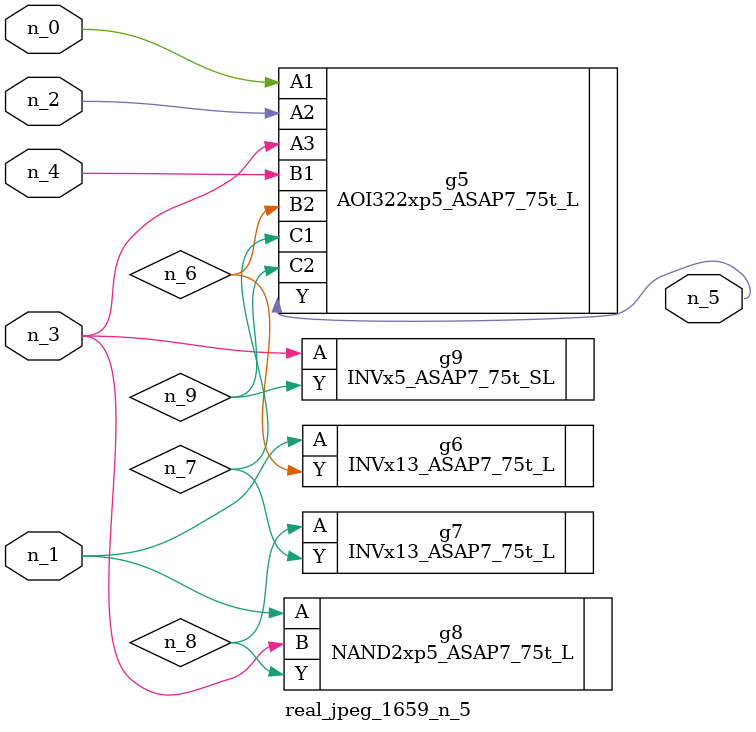
<source format=v>
module real_jpeg_1659_n_5 (n_4, n_0, n_1, n_2, n_3, n_5);

input n_4;
input n_0;
input n_1;
input n_2;
input n_3;

output n_5;

wire n_8;
wire n_6;
wire n_7;
wire n_9;

AOI322xp5_ASAP7_75t_L g5 ( 
.A1(n_0),
.A2(n_2),
.A3(n_3),
.B1(n_4),
.B2(n_6),
.C1(n_7),
.C2(n_9),
.Y(n_5)
);

INVx13_ASAP7_75t_L g6 ( 
.A(n_1),
.Y(n_6)
);

NAND2xp5_ASAP7_75t_L g8 ( 
.A(n_1),
.B(n_3),
.Y(n_8)
);

INVx5_ASAP7_75t_SL g9 ( 
.A(n_3),
.Y(n_9)
);

INVx13_ASAP7_75t_L g7 ( 
.A(n_8),
.Y(n_7)
);


endmodule
</source>
